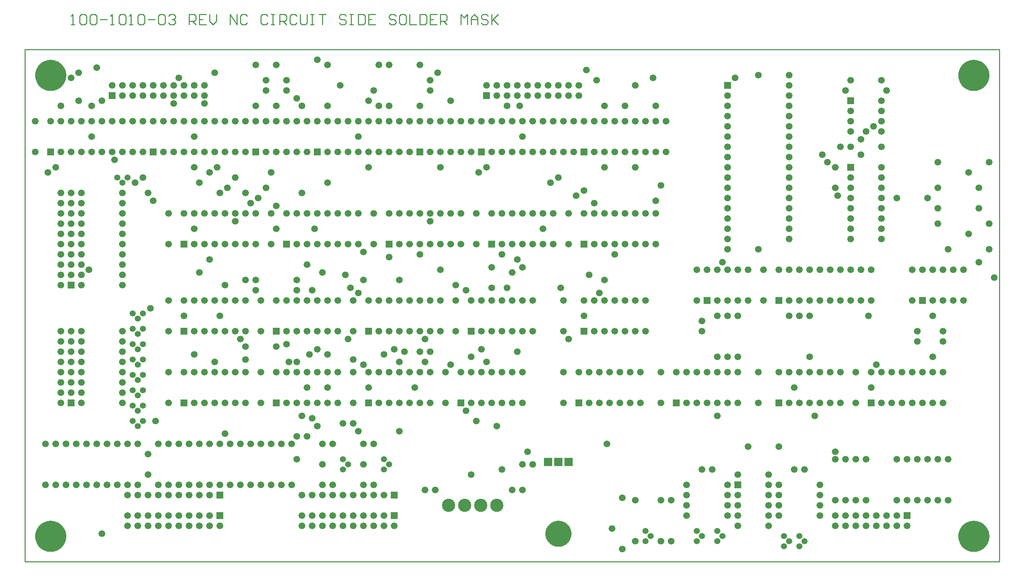
<source format=gbs>
*%FSLAX23Y23*%
*%MOIN*%
G01*
%ADD11C,0.006*%
%ADD12C,0.007*%
%ADD13C,0.008*%
%ADD14C,0.010*%
%ADD15C,0.012*%
%ADD16C,0.030*%
%ADD17C,0.032*%
%ADD18C,0.036*%
%ADD19C,0.050*%
%ADD20C,0.052*%
%ADD21C,0.055*%
%ADD22C,0.056*%
%ADD23C,0.059*%
%ADD24C,0.062*%
%ADD25C,0.066*%
%ADD26C,0.070*%
%ADD27C,0.090*%
%ADD28C,0.120*%
%ADD29C,0.125*%
%ADD30C,0.129*%
%ADD31C,0.140*%
%ADD32C,0.160*%
%ADD33C,0.250*%
%ADD34C,0.250*%
%ADD35R,0.062X0.062*%
%ADD36R,0.066X0.066*%
%ADD37R,0.075X0.075*%
%ADD38R,0.079X0.079*%
%ADD39R,0.250X0.250*%
D14*
X4889Y10652D02*
X4922D01*
X4906D01*
Y10752D01*
X4907D01*
X4906D02*
X4889Y10735D01*
X4972D02*
X4989Y10752D01*
X5022D01*
X5039Y10735D01*
Y10669D01*
X5022Y10652D01*
X4989D01*
X4972Y10669D01*
Y10735D01*
X5072D02*
X5089Y10752D01*
X5122D01*
X5139Y10735D01*
Y10669D01*
X5122Y10652D01*
X5089D01*
X5072Y10669D01*
Y10735D01*
X5172Y10702D02*
X5239D01*
X5272Y10652D02*
X5306D01*
X5289D01*
Y10752D01*
X5290D01*
X5289D02*
X5272Y10735D01*
X5356D02*
X5372Y10752D01*
X5406D01*
X5422Y10735D01*
Y10669D01*
X5406Y10652D01*
X5372D01*
X5356Y10669D01*
Y10735D01*
X5455Y10652D02*
X5489D01*
X5472D01*
Y10752D01*
X5473D01*
X5472D02*
X5455Y10735D01*
X5539D02*
X5555Y10752D01*
X5589D01*
X5605Y10735D01*
Y10669D01*
X5589Y10652D01*
X5555D01*
X5539Y10669D01*
Y10735D01*
X5639Y10702D02*
X5705D01*
X5739Y10735D02*
X5755Y10752D01*
X5789D01*
X5805Y10735D01*
Y10669D01*
X5789Y10652D01*
X5755D01*
X5739Y10669D01*
Y10735D01*
X5839D02*
X5855Y10752D01*
X5889D01*
X5905Y10735D01*
Y10719D01*
X5906D01*
X5905D02*
X5906D01*
X5905D02*
X5906D01*
X5905D02*
X5889Y10702D01*
X5872D01*
X5889D01*
X5905Y10685D01*
Y10669D01*
X5889Y10652D01*
X5855D01*
X5839Y10669D01*
X6039Y10652D02*
Y10752D01*
X6089D01*
X6105Y10735D01*
Y10702D01*
X6089Y10685D01*
X6039D01*
X6072D02*
X6105Y10652D01*
X6139Y10752D02*
X6205D01*
X6139D02*
Y10652D01*
X6205D01*
X6172Y10702D02*
X6139D01*
X6239Y10685D02*
Y10752D01*
Y10685D02*
X6272Y10652D01*
X6305Y10685D01*
Y10752D01*
X6438D02*
Y10652D01*
X6505D02*
X6438Y10752D01*
X6505D02*
Y10652D01*
X6605Y10735D02*
X6588Y10752D01*
X6555D01*
X6538Y10735D01*
Y10669D01*
X6555Y10652D01*
X6588D01*
X6605Y10669D01*
X6788Y10752D02*
X6805Y10735D01*
X6788Y10752D02*
X6755D01*
X6738Y10735D01*
Y10669D01*
X6755Y10652D01*
X6788D01*
X6805Y10669D01*
X6838Y10752D02*
X6872D01*
X6855D01*
Y10652D01*
X6838D01*
X6872D01*
X6922D02*
Y10752D01*
X6972D01*
X6988Y10735D01*
Y10702D01*
X6972Y10685D01*
X6922D01*
X6955D02*
X6988Y10652D01*
X7088Y10735D02*
X7072Y10752D01*
X7038D01*
X7022Y10735D01*
Y10669D01*
X7038Y10652D01*
X7072D01*
X7088Y10669D01*
X7122D02*
Y10752D01*
Y10669D02*
X7138Y10652D01*
X7172D01*
X7188Y10669D01*
Y10752D01*
X7222D02*
X7255D01*
X7238D01*
Y10652D01*
X7222D01*
X7255D01*
X7305Y10752D02*
X7372D01*
X7338D01*
Y10652D01*
X7555Y10752D02*
X7571Y10735D01*
X7555Y10752D02*
X7521D01*
X7505Y10735D01*
Y10719D01*
X7521Y10702D01*
X7555D01*
X7571Y10685D01*
Y10669D01*
X7555Y10652D01*
X7521D01*
X7505Y10669D01*
X7605Y10752D02*
X7638D01*
X7621D01*
Y10652D01*
X7605D01*
X7638D01*
X7688D02*
Y10752D01*
Y10652D02*
X7738D01*
X7755Y10669D01*
Y10735D01*
X7738Y10752D01*
X7688D01*
X7788D02*
X7855D01*
X7788D02*
Y10652D01*
X7855D01*
X7821Y10702D02*
X7788D01*
X8038Y10752D02*
X8055Y10735D01*
X8038Y10752D02*
X8005D01*
X7988Y10735D01*
Y10719D01*
X8005Y10702D01*
X8038D01*
X8055Y10685D01*
Y10669D01*
X8038Y10652D01*
X8005D01*
X7988Y10669D01*
X8105Y10752D02*
X8138D01*
X8105D02*
X8088Y10735D01*
Y10669D01*
X8105Y10652D01*
X8138D01*
X8155Y10669D01*
Y10735D01*
X8138Y10752D01*
X8188D02*
Y10652D01*
X8255D01*
X8288D02*
Y10752D01*
Y10652D02*
X8338D01*
X8355Y10669D01*
Y10735D01*
X8338Y10752D01*
X8288D01*
X8388D02*
X8455D01*
X8388D02*
Y10652D01*
X8455D01*
X8421Y10702D02*
X8388D01*
X8488Y10652D02*
Y10752D01*
X8538D01*
X8554Y10735D01*
Y10702D01*
X8538Y10685D01*
X8488D01*
X8521D02*
X8554Y10652D01*
X8688D02*
Y10752D01*
X8721Y10719D01*
X8754Y10752D01*
Y10652D01*
X8788D02*
Y10719D01*
X8821Y10752D01*
X8854Y10719D01*
Y10652D01*
Y10702D01*
X8788D01*
X8938Y10752D02*
X8954Y10735D01*
X8938Y10752D02*
X8904D01*
X8888Y10735D01*
Y10719D01*
X8904Y10702D01*
X8938D01*
X8954Y10685D01*
Y10669D01*
X8938Y10652D01*
X8904D01*
X8888Y10669D01*
X8988Y10652D02*
Y10752D01*
Y10685D02*
Y10652D01*
Y10685D02*
X9054Y10752D01*
X9004Y10702D01*
X9054Y10652D01*
X4439Y5407D02*
X13939D01*
Y10407D01*
X4439D01*
Y5407D01*
D19*
X13562Y10157D02*
X13563D01*
X13562D02*
X13562Y10147D01*
X13564Y10137D01*
X13566Y10127D01*
X13569Y10117D01*
X13572Y10107D01*
X13577Y10098D01*
X13582Y10089D01*
X13587Y10081D01*
X13594Y10073D01*
X13601Y10065D01*
X13609Y10059D01*
X13617Y10052D01*
X13626Y10047D01*
X13635Y10042D01*
X13644Y10038D01*
X13654Y10035D01*
X13664Y10033D01*
X13674Y10031D01*
X13684Y10030D01*
X13694D01*
X13704Y10031D01*
X13714Y10033D01*
X13724Y10035D01*
X13734Y10038D01*
X13743Y10042D01*
X13752Y10047D01*
X13761Y10052D01*
X13769Y10059D01*
X13777Y10065D01*
X13784Y10073D01*
X13791Y10081D01*
X13796Y10089D01*
X13801Y10098D01*
X13806Y10107D01*
X13809Y10117D01*
X13812Y10127D01*
X13814Y10137D01*
X13816Y10147D01*
X13816Y10157D01*
X13817D01*
X13816D02*
X13816Y10167D01*
X13814Y10177D01*
X13812Y10187D01*
X13809Y10197D01*
X13806Y10207D01*
X13801Y10216D01*
X13796Y10225D01*
X13791Y10233D01*
X13784Y10241D01*
X13777Y10249D01*
X13769Y10255D01*
X13761Y10262D01*
X13752Y10267D01*
X13743Y10272D01*
X13734Y10276D01*
X13724Y10279D01*
X13714Y10281D01*
X13704Y10283D01*
X13694Y10284D01*
X13684D01*
X13674Y10283D01*
X13664Y10281D01*
X13654Y10279D01*
X13644Y10276D01*
X13635Y10272D01*
X13626Y10267D01*
X13617Y10262D01*
X13609Y10255D01*
X13601Y10249D01*
X13594Y10241D01*
X13587Y10233D01*
X13582Y10225D01*
X13577Y10216D01*
X13572Y10207D01*
X13569Y10197D01*
X13566Y10187D01*
X13564Y10177D01*
X13562Y10167D01*
X13562Y10157D01*
X13610D02*
X13611D01*
X13610D02*
X13611Y10148D01*
X13612Y10139D01*
X13615Y10130D01*
X13618Y10122D01*
X13623Y10114D01*
X13628Y10106D01*
X13635Y10100D01*
X13642Y10094D01*
X13650Y10089D01*
X13658Y10084D01*
X13666Y10081D01*
X13675Y10079D01*
X13684Y10078D01*
X13694D01*
X13703Y10079D01*
X13712Y10081D01*
X13720Y10084D01*
X13728Y10089D01*
X13736Y10094D01*
X13743Y10100D01*
X13750Y10106D01*
X13755Y10114D01*
X13760Y10122D01*
X13763Y10130D01*
X13766Y10139D01*
X13767Y10148D01*
X13768Y10157D01*
X13769D01*
X13768D02*
X13767Y10166D01*
X13766Y10175D01*
X13763Y10184D01*
X13760Y10192D01*
X13755Y10200D01*
X13750Y10208D01*
X13743Y10214D01*
X13736Y10220D01*
X13728Y10225D01*
X13720Y10230D01*
X13712Y10233D01*
X13703Y10235D01*
X13694Y10236D01*
X13684D01*
X13675Y10235D01*
X13666Y10233D01*
X13658Y10230D01*
X13650Y10225D01*
X13642Y10220D01*
X13635Y10214D01*
X13628Y10208D01*
X13623Y10200D01*
X13618Y10192D01*
X13615Y10184D01*
X13612Y10175D01*
X13611Y10166D01*
X13610Y10157D01*
X13658D02*
X13659D01*
X13658D02*
X13659Y10151D01*
X13661Y10144D01*
X13664Y10139D01*
X13668Y10134D01*
X13674Y10130D01*
X13679Y10128D01*
X13686Y10126D01*
X13692D01*
X13699Y10128D01*
X13704Y10130D01*
X13710Y10134D01*
X13714Y10139D01*
X13717Y10144D01*
X13719Y10151D01*
X13720Y10157D01*
X13721D01*
X13720D02*
X13719Y10163D01*
X13717Y10170D01*
X13714Y10175D01*
X13710Y10180D01*
X13704Y10184D01*
X13699Y10186D01*
X13692Y10188D01*
X13686D01*
X13679Y10186D01*
X13674Y10184D01*
X13668Y10180D01*
X13664Y10175D01*
X13661Y10170D01*
X13659Y10163D01*
X13658Y10157D01*
X13689D02*
D03*
X13562Y5657D02*
X13563D01*
X13562D02*
X13562Y5647D01*
X13564Y5637D01*
X13566Y5627D01*
X13569Y5617D01*
X13572Y5607D01*
X13577Y5598D01*
X13582Y5589D01*
X13587Y5581D01*
X13594Y5573D01*
X13601Y5565D01*
X13609Y5559D01*
X13617Y5552D01*
X13626Y5547D01*
X13635Y5542D01*
X13644Y5538D01*
X13654Y5535D01*
X13664Y5533D01*
X13674Y5531D01*
X13684Y5530D01*
X13694D01*
X13704Y5531D01*
X13714Y5533D01*
X13724Y5535D01*
X13734Y5538D01*
X13743Y5542D01*
X13752Y5547D01*
X13761Y5552D01*
X13769Y5559D01*
X13777Y5565D01*
X13784Y5573D01*
X13791Y5581D01*
X13796Y5589D01*
X13801Y5598D01*
X13806Y5607D01*
X13809Y5617D01*
X13812Y5627D01*
X13814Y5637D01*
X13816Y5647D01*
X13816Y5657D01*
X13817D01*
X13816D02*
X13816Y5667D01*
X13814Y5677D01*
X13812Y5687D01*
X13809Y5697D01*
X13806Y5707D01*
X13801Y5716D01*
X13796Y5725D01*
X13791Y5733D01*
X13784Y5741D01*
X13777Y5749D01*
X13769Y5755D01*
X13761Y5762D01*
X13752Y5767D01*
X13743Y5772D01*
X13734Y5776D01*
X13724Y5779D01*
X13714Y5781D01*
X13704Y5783D01*
X13694Y5784D01*
X13684D01*
X13674Y5783D01*
X13664Y5781D01*
X13654Y5779D01*
X13644Y5776D01*
X13635Y5772D01*
X13626Y5767D01*
X13617Y5762D01*
X13609Y5755D01*
X13601Y5749D01*
X13594Y5741D01*
X13587Y5733D01*
X13582Y5725D01*
X13577Y5716D01*
X13572Y5707D01*
X13569Y5697D01*
X13566Y5687D01*
X13564Y5677D01*
X13562Y5667D01*
X13562Y5657D01*
X13610D02*
X13611D01*
X13610D02*
X13611Y5648D01*
X13612Y5639D01*
X13615Y5630D01*
X13618Y5622D01*
X13623Y5614D01*
X13628Y5606D01*
X13635Y5600D01*
X13642Y5594D01*
X13650Y5589D01*
X13658Y5584D01*
X13666Y5581D01*
X13675Y5579D01*
X13684Y5578D01*
X13694D01*
X13703Y5579D01*
X13712Y5581D01*
X13720Y5584D01*
X13728Y5589D01*
X13736Y5594D01*
X13743Y5600D01*
X13750Y5606D01*
X13755Y5614D01*
X13760Y5622D01*
X13763Y5630D01*
X13766Y5639D01*
X13767Y5648D01*
X13768Y5657D01*
X13769D01*
X13768D02*
X13767Y5666D01*
X13766Y5675D01*
X13763Y5684D01*
X13760Y5692D01*
X13755Y5700D01*
X13750Y5708D01*
X13743Y5714D01*
X13736Y5720D01*
X13728Y5725D01*
X13720Y5730D01*
X13712Y5733D01*
X13703Y5735D01*
X13694Y5736D01*
X13684D01*
X13675Y5735D01*
X13666Y5733D01*
X13658Y5730D01*
X13650Y5725D01*
X13642Y5720D01*
X13635Y5714D01*
X13628Y5708D01*
X13623Y5700D01*
X13618Y5692D01*
X13615Y5684D01*
X13612Y5675D01*
X13611Y5666D01*
X13610Y5657D01*
X13658D02*
X13659D01*
X13658D02*
X13659Y5651D01*
X13661Y5644D01*
X13664Y5639D01*
X13668Y5634D01*
X13674Y5630D01*
X13679Y5628D01*
X13686Y5626D01*
X13692D01*
X13699Y5628D01*
X13704Y5630D01*
X13710Y5634D01*
X13714Y5639D01*
X13717Y5644D01*
X13719Y5651D01*
X13720Y5657D01*
X13721D01*
X13720D02*
X13719Y5663D01*
X13717Y5670D01*
X13714Y5675D01*
X13710Y5680D01*
X13704Y5684D01*
X13699Y5686D01*
X13692Y5688D01*
X13686D01*
X13679Y5686D01*
X13674Y5684D01*
X13668Y5680D01*
X13664Y5675D01*
X13661Y5670D01*
X13659Y5663D01*
X13658Y5657D01*
X13689D02*
D03*
X4562Y10157D02*
X4563D01*
X4562D02*
X4562Y10147D01*
X4564Y10137D01*
X4566Y10127D01*
X4569Y10117D01*
X4572Y10107D01*
X4577Y10098D01*
X4582Y10089D01*
X4587Y10081D01*
X4594Y10073D01*
X4601Y10065D01*
X4609Y10059D01*
X4617Y10052D01*
X4626Y10047D01*
X4635Y10042D01*
X4644Y10038D01*
X4654Y10035D01*
X4664Y10033D01*
X4674Y10031D01*
X4684Y10030D01*
X4694D01*
X4704Y10031D01*
X4714Y10033D01*
X4724Y10035D01*
X4734Y10038D01*
X4743Y10042D01*
X4752Y10047D01*
X4761Y10052D01*
X4769Y10059D01*
X4777Y10065D01*
X4784Y10073D01*
X4791Y10081D01*
X4796Y10089D01*
X4801Y10098D01*
X4806Y10107D01*
X4809Y10117D01*
X4812Y10127D01*
X4814Y10137D01*
X4816Y10147D01*
X4816Y10157D01*
X4817D01*
X4816D02*
X4816Y10167D01*
X4814Y10177D01*
X4812Y10187D01*
X4809Y10197D01*
X4806Y10207D01*
X4801Y10216D01*
X4796Y10225D01*
X4791Y10233D01*
X4784Y10241D01*
X4777Y10249D01*
X4769Y10255D01*
X4761Y10262D01*
X4752Y10267D01*
X4743Y10272D01*
X4734Y10276D01*
X4724Y10279D01*
X4714Y10281D01*
X4704Y10283D01*
X4694Y10284D01*
X4684D01*
X4674Y10283D01*
X4664Y10281D01*
X4654Y10279D01*
X4644Y10276D01*
X4635Y10272D01*
X4626Y10267D01*
X4617Y10262D01*
X4609Y10255D01*
X4601Y10249D01*
X4594Y10241D01*
X4587Y10233D01*
X4582Y10225D01*
X4577Y10216D01*
X4572Y10207D01*
X4569Y10197D01*
X4566Y10187D01*
X4564Y10177D01*
X4562Y10167D01*
X4562Y10157D01*
X4610D02*
X4611D01*
X4610D02*
X4611Y10148D01*
X4612Y10139D01*
X4615Y10130D01*
X4618Y10122D01*
X4623Y10114D01*
X4628Y10106D01*
X4635Y10100D01*
X4642Y10094D01*
X4650Y10089D01*
X4658Y10084D01*
X4666Y10081D01*
X4675Y10079D01*
X4684Y10078D01*
X4694D01*
X4703Y10079D01*
X4712Y10081D01*
X4720Y10084D01*
X4728Y10089D01*
X4736Y10094D01*
X4743Y10100D01*
X4750Y10106D01*
X4755Y10114D01*
X4760Y10122D01*
X4763Y10130D01*
X4766Y10139D01*
X4767Y10148D01*
X4768Y10157D01*
X4769D01*
X4768D02*
X4767Y10166D01*
X4766Y10175D01*
X4763Y10184D01*
X4760Y10192D01*
X4755Y10200D01*
X4750Y10208D01*
X4743Y10214D01*
X4736Y10220D01*
X4728Y10225D01*
X4720Y10230D01*
X4712Y10233D01*
X4703Y10235D01*
X4694Y10236D01*
X4684D01*
X4675Y10235D01*
X4666Y10233D01*
X4658Y10230D01*
X4650Y10225D01*
X4642Y10220D01*
X4635Y10214D01*
X4628Y10208D01*
X4623Y10200D01*
X4618Y10192D01*
X4615Y10184D01*
X4612Y10175D01*
X4611Y10166D01*
X4610Y10157D01*
X4658D02*
X4659D01*
X4658D02*
X4659Y10151D01*
X4661Y10144D01*
X4664Y10139D01*
X4668Y10134D01*
X4674Y10130D01*
X4679Y10128D01*
X4686Y10126D01*
X4692D01*
X4699Y10128D01*
X4704Y10130D01*
X4710Y10134D01*
X4714Y10139D01*
X4717Y10144D01*
X4719Y10151D01*
X4720Y10157D01*
X4721D01*
X4720D02*
X4719Y10163D01*
X4717Y10170D01*
X4714Y10175D01*
X4710Y10180D01*
X4704Y10184D01*
X4699Y10186D01*
X4692Y10188D01*
X4686D01*
X4679Y10186D01*
X4674Y10184D01*
X4668Y10180D01*
X4664Y10175D01*
X4661Y10170D01*
X4659Y10163D01*
X4658Y10157D01*
X4689D02*
D03*
X4562Y5657D02*
X4563D01*
X4562D02*
X4562Y5647D01*
X4564Y5637D01*
X4566Y5627D01*
X4569Y5617D01*
X4572Y5607D01*
X4577Y5598D01*
X4582Y5589D01*
X4587Y5581D01*
X4594Y5573D01*
X4601Y5565D01*
X4609Y5559D01*
X4617Y5552D01*
X4626Y5547D01*
X4635Y5542D01*
X4644Y5538D01*
X4654Y5535D01*
X4664Y5533D01*
X4674Y5531D01*
X4684Y5530D01*
X4694D01*
X4704Y5531D01*
X4714Y5533D01*
X4724Y5535D01*
X4734Y5538D01*
X4743Y5542D01*
X4752Y5547D01*
X4761Y5552D01*
X4769Y5559D01*
X4777Y5565D01*
X4784Y5573D01*
X4791Y5581D01*
X4796Y5589D01*
X4801Y5598D01*
X4806Y5607D01*
X4809Y5617D01*
X4812Y5627D01*
X4814Y5637D01*
X4816Y5647D01*
X4816Y5657D01*
X4817D01*
X4816D02*
X4816Y5667D01*
X4814Y5677D01*
X4812Y5687D01*
X4809Y5697D01*
X4806Y5707D01*
X4801Y5716D01*
X4796Y5725D01*
X4791Y5733D01*
X4784Y5741D01*
X4777Y5749D01*
X4769Y5755D01*
X4761Y5762D01*
X4752Y5767D01*
X4743Y5772D01*
X4734Y5776D01*
X4724Y5779D01*
X4714Y5781D01*
X4704Y5783D01*
X4694Y5784D01*
X4684D01*
X4674Y5783D01*
X4664Y5781D01*
X4654Y5779D01*
X4644Y5776D01*
X4635Y5772D01*
X4626Y5767D01*
X4617Y5762D01*
X4609Y5755D01*
X4601Y5749D01*
X4594Y5741D01*
X4587Y5733D01*
X4582Y5725D01*
X4577Y5716D01*
X4572Y5707D01*
X4569Y5697D01*
X4566Y5687D01*
X4564Y5677D01*
X4562Y5667D01*
X4562Y5657D01*
X4610D02*
X4611D01*
X4610D02*
X4611Y5648D01*
X4612Y5639D01*
X4615Y5630D01*
X4618Y5622D01*
X4623Y5614D01*
X4628Y5606D01*
X4635Y5600D01*
X4642Y5594D01*
X4650Y5589D01*
X4658Y5584D01*
X4666Y5581D01*
X4675Y5579D01*
X4684Y5578D01*
X4694D01*
X4703Y5579D01*
X4712Y5581D01*
X4720Y5584D01*
X4728Y5589D01*
X4736Y5594D01*
X4743Y5600D01*
X4750Y5606D01*
X4755Y5614D01*
X4760Y5622D01*
X4763Y5630D01*
X4766Y5639D01*
X4767Y5648D01*
X4768Y5657D01*
X4769D01*
X4768D02*
X4767Y5666D01*
X4766Y5675D01*
X4763Y5684D01*
X4760Y5692D01*
X4755Y5700D01*
X4750Y5708D01*
X4743Y5714D01*
X4736Y5720D01*
X4728Y5725D01*
X4720Y5730D01*
X4712Y5733D01*
X4703Y5735D01*
X4694Y5736D01*
X4684D01*
X4675Y5735D01*
X4666Y5733D01*
X4658Y5730D01*
X4650Y5725D01*
X4642Y5720D01*
X4635Y5714D01*
X4628Y5708D01*
X4623Y5700D01*
X4618Y5692D01*
X4615Y5684D01*
X4612Y5675D01*
X4611Y5666D01*
X4610Y5657D01*
X4658D02*
X4659D01*
X4658D02*
X4659Y5651D01*
X4661Y5644D01*
X4664Y5639D01*
X4668Y5634D01*
X4674Y5630D01*
X4679Y5628D01*
X4686Y5626D01*
X4692D01*
X4699Y5628D01*
X4704Y5630D01*
X4710Y5634D01*
X4714Y5639D01*
X4717Y5644D01*
X4719Y5651D01*
X4720Y5657D01*
X4721D01*
X4720D02*
X4719Y5663D01*
X4717Y5670D01*
X4714Y5675D01*
X4710Y5680D01*
X4704Y5684D01*
X4699Y5686D01*
X4692Y5688D01*
X4686D01*
X4679Y5686D01*
X4674Y5684D01*
X4668Y5680D01*
X4664Y5675D01*
X4661Y5670D01*
X4659Y5663D01*
X4658Y5657D01*
X4689D02*
D03*
X9537Y5682D02*
X9538D01*
X9537D02*
X9537Y5672D01*
X9539Y5663D01*
X9541Y5653D01*
X9544Y5644D01*
X9548Y5635D01*
X9553Y5627D01*
X9559Y5619D01*
X9565Y5612D01*
X9572Y5605D01*
X9580Y5599D01*
X9588Y5594D01*
X9597Y5589D01*
X9606Y5586D01*
X9615Y5583D01*
X9624Y5581D01*
X9634Y5580D01*
X9644D01*
X9654Y5581D01*
X9663Y5583D01*
X9672Y5586D01*
X9681Y5589D01*
X9690Y5594D01*
X9698Y5599D01*
X9706Y5605D01*
X9713Y5612D01*
X9719Y5619D01*
X9725Y5627D01*
X9730Y5635D01*
X9734Y5644D01*
X9737Y5653D01*
X9739Y5663D01*
X9741Y5672D01*
X9741Y5682D01*
X9742D01*
X9741D02*
X9741Y5692D01*
X9739Y5701D01*
X9737Y5711D01*
X9734Y5720D01*
X9730Y5729D01*
X9725Y5737D01*
X9719Y5745D01*
X9713Y5752D01*
X9706Y5759D01*
X9698Y5765D01*
X9690Y5770D01*
X9681Y5775D01*
X9672Y5778D01*
X9663Y5781D01*
X9654Y5783D01*
X9644Y5784D01*
X9634D01*
X9624Y5783D01*
X9615Y5781D01*
X9606Y5778D01*
X9597Y5775D01*
X9588Y5770D01*
X9580Y5765D01*
X9572Y5759D01*
X9565Y5752D01*
X9559Y5745D01*
X9553Y5737D01*
X9548Y5729D01*
X9544Y5720D01*
X9541Y5711D01*
X9539Y5701D01*
X9537Y5692D01*
X9537Y5682D01*
X9585D02*
X9586D01*
X9585D02*
X9586Y5674D01*
X9587Y5666D01*
X9590Y5659D01*
X9594Y5652D01*
X9599Y5645D01*
X9605Y5640D01*
X9612Y5635D01*
X9619Y5632D01*
X9627Y5629D01*
X9635Y5628D01*
X9643D01*
X9651Y5629D01*
X9659Y5632D01*
X9666Y5635D01*
X9673Y5640D01*
X9679Y5645D01*
X9684Y5652D01*
X9688Y5659D01*
X9691Y5666D01*
X9692Y5674D01*
X9693Y5682D01*
X9694D01*
X9693D02*
X9692Y5690D01*
X9691Y5698D01*
X9688Y5705D01*
X9684Y5712D01*
X9679Y5719D01*
X9673Y5724D01*
X9666Y5729D01*
X9659Y5732D01*
X9651Y5735D01*
X9643Y5736D01*
X9635D01*
X9627Y5735D01*
X9619Y5732D01*
X9612Y5729D01*
X9605Y5724D01*
X9599Y5719D01*
X9594Y5712D01*
X9590Y5705D01*
X9587Y5698D01*
X9586Y5690D01*
X9585Y5682D01*
X9633D02*
X9634D01*
X9633D02*
X9633Y5680D01*
X9634Y5678D01*
X9636Y5677D01*
X9638Y5676D01*
X9640D01*
X9642Y5677D01*
X9644Y5678D01*
X9645Y5680D01*
X9645Y5682D01*
X9646D01*
X9645D02*
X9645Y5684D01*
X9644Y5686D01*
X9642Y5687D01*
X9640Y5688D01*
X9638D01*
X9636Y5687D01*
X9634Y5686D01*
X9633Y5684D01*
X9633Y5682D01*
D23*
X5489Y6932D02*
D03*
X5589D02*
D03*
X5539Y6882D02*
D03*
X5489Y7082D02*
D03*
X5589D02*
D03*
X5539Y7032D02*
D03*
X5489Y7232D02*
D03*
X5589D02*
D03*
X5539Y7182D02*
D03*
X5489Y7382D02*
D03*
X5589D02*
D03*
X5539Y7332D02*
D03*
X5489Y7532D02*
D03*
X5589D02*
D03*
X5539Y7482D02*
D03*
X5489Y6782D02*
D03*
X5589D02*
D03*
X5539Y6732D02*
D03*
X5489Y7682D02*
D03*
X5589D02*
D03*
X5539Y7632D02*
D03*
X5489Y7832D02*
D03*
X5589D02*
D03*
X5539Y7782D02*
D03*
X5339Y9157D02*
D03*
X5439D02*
D03*
X5389Y9107D02*
D03*
X7939Y6307D02*
D03*
Y6407D02*
D03*
X7989Y6357D02*
D03*
X7539Y6307D02*
D03*
Y6407D02*
D03*
X7589Y6357D02*
D03*
X10489Y5707D02*
D03*
X10539Y5657D02*
D03*
X10489Y5607D02*
D03*
X11189D02*
D03*
Y5707D02*
D03*
X11239Y5657D02*
D03*
X10989Y5607D02*
D03*
Y5707D02*
D03*
X11039Y5657D02*
D03*
X11989Y5557D02*
D03*
Y5657D02*
D03*
X12039Y5607D02*
D03*
X11839Y5557D02*
D03*
Y5657D02*
D03*
X11889Y5607D02*
D03*
D25*
X13889Y8182D02*
D03*
X13739Y8332D02*
D03*
X12739Y7332D02*
D03*
X12689Y7107D02*
D03*
X12664Y7807D02*
D03*
X12714Y9657D02*
D03*
X12639Y9607D02*
D03*
X12589Y9532D02*
D03*
Y9382D02*
D03*
X12339Y6482D02*
D03*
X12364Y8982D02*
D03*
X12389Y9457D02*
D03*
X12264Y9307D02*
D03*
X12139Y6832D02*
D03*
X12214Y9382D02*
D03*
X11939Y7107D02*
D03*
X11789Y6532D02*
D03*
X11489D02*
D03*
X11364Y10132D02*
D03*
X11189Y6832D02*
D03*
X11239Y8332D02*
D03*
X10639Y9082D02*
D03*
X10589Y8932D02*
D03*
X10564Y10132D02*
D03*
X10389Y9257D02*
D03*
Y10057D02*
D03*
X10114Y6557D02*
D03*
X10189Y8407D02*
D03*
X10039Y8032D02*
D03*
X9989Y8907D02*
D03*
X10089Y8157D02*
D03*
X9939Y8207D02*
D03*
X10089Y9857D02*
D03*
Y9257D02*
D03*
X10014Y10107D02*
D03*
X9914Y10207D02*
D03*
X9889Y7807D02*
D03*
Y9032D02*
D03*
X9814Y8982D02*
D03*
X9739Y7582D02*
D03*
X9664Y8082D02*
D03*
X9639Y9157D02*
D03*
X9564Y9107D02*
D03*
X9339Y6482D02*
D03*
X9489Y8657D02*
D03*
X9239Y7457D02*
D03*
X9139Y8082D02*
D03*
X9189Y8232D02*
D03*
X9289Y8282D02*
D03*
X9239Y8357D02*
D03*
X9139Y9857D02*
D03*
X9264D02*
D03*
X9289Y9557D02*
D03*
X8939Y7357D02*
D03*
X9089Y6307D02*
D03*
X9039Y6732D02*
D03*
X9089Y8407D02*
D03*
X8989Y8082D02*
D03*
Y8282D02*
D03*
X8939Y9257D02*
D03*
X8789Y7407D02*
D03*
Y6257D02*
D03*
X8839Y6782D02*
D03*
X8739Y6882D02*
D03*
X8889Y7482D02*
D03*
X8739Y8057D02*
D03*
X8864Y9207D02*
D03*
X8589Y7332D02*
D03*
X8639Y8107D02*
D03*
X8589Y9907D02*
D03*
X8389Y7457D02*
D03*
X8339Y7357D02*
D03*
X8489Y8257D02*
D03*
X8339Y7582D02*
D03*
X8389Y8732D02*
D03*
X8464Y10182D02*
D03*
X8489Y9257D02*
D03*
X8239Y7107D02*
D03*
X8289Y7457D02*
D03*
X8139D02*
D03*
X8289Y8407D02*
D03*
X8089Y7357D02*
D03*
X8039Y7482D02*
D03*
X8089Y6682D02*
D03*
X7989Y8382D02*
D03*
X8089Y8157D02*
D03*
X7939Y7432D02*
D03*
X7789Y7107D02*
D03*
Y9907D02*
D03*
X7839Y10007D02*
D03*
X7789Y9257D02*
D03*
X7739Y7332D02*
D03*
Y6357D02*
D03*
X7639Y6757D02*
D03*
Y7382D02*
D03*
X7689Y6682D02*
D03*
X7589Y7582D02*
D03*
X7564Y8207D02*
D03*
X7739Y8432D02*
D03*
X7689Y8032D02*
D03*
X7739Y8157D02*
D03*
X7614Y8082D02*
D03*
X7689Y9557D02*
D03*
X7389Y7107D02*
D03*
Y7432D02*
D03*
X7539Y6757D02*
D03*
X7389Y9107D02*
D03*
X7514Y10057D02*
D03*
X7189Y6632D02*
D03*
Y7107D02*
D03*
X7289Y7482D02*
D03*
Y6732D02*
D03*
X7339Y6357D02*
D03*
X7214Y7432D02*
D03*
X7239Y6807D02*
D03*
X7264Y8657D02*
D03*
X7189Y8307D02*
D03*
X7339Y8232D02*
D03*
X7239Y8057D02*
D03*
X7289Y10307D02*
D03*
X7089Y7357D02*
D03*
X7139Y6832D02*
D03*
X7089Y6407D02*
D03*
X7014Y7357D02*
D03*
X7089Y6632D02*
D03*
X7139Y9007D02*
D03*
X6989Y7532D02*
D03*
X7089Y9932D02*
D03*
X7139Y9857D02*
D03*
X6789Y9057D02*
D03*
X6889Y8657D02*
D03*
Y8882D02*
D03*
X6839Y9207D02*
D03*
X6589Y7382D02*
D03*
X6714Y8957D02*
D03*
X6589Y9007D02*
D03*
Y8157D02*
D03*
X6639Y8907D02*
D03*
X6389Y6657D02*
D03*
X6539Y7582D02*
D03*
X6389Y8107D02*
D03*
X6414Y9057D02*
D03*
X6489Y8732D02*
D03*
Y9157D02*
D03*
X6289Y7357D02*
D03*
X6339Y7807D02*
D03*
X6239Y8357D02*
D03*
X6339Y9007D02*
D03*
X6239Y9207D02*
D03*
X6189Y9882D02*
D03*
X6289Y10182D02*
D03*
X6314Y9257D02*
D03*
X6089Y7432D02*
D03*
X5989Y7807D02*
D03*
X6139Y8232D02*
D03*
X6089Y8657D02*
D03*
Y9257D02*
D03*
Y9557D02*
D03*
X6139Y9107D02*
D03*
X5889Y9882D02*
D03*
X5939Y10132D02*
D03*
X5714Y6782D02*
D03*
X5639Y9007D02*
D03*
X5664Y7882D02*
D03*
X5689Y8932D02*
D03*
X5514Y9107D02*
D03*
X5589Y9157D02*
D03*
X5314Y9332D02*
D03*
X5189Y5682D02*
D03*
X5064Y8257D02*
D03*
X5189Y9907D02*
D03*
X5089Y9557D02*
D03*
X5139Y10232D02*
D03*
X4964Y9907D02*
D03*
Y10182D02*
D03*
X4889Y10132D02*
D03*
X4739Y9257D02*
D03*
X4664Y9207D02*
D03*
X4989Y7457D02*
D03*
X5389D02*
D03*
X4989Y7257D02*
D03*
X5389D02*
D03*
X4989Y7157D02*
D03*
X5389D02*
D03*
X4989Y7057D02*
D03*
X5389D02*
D03*
X4989Y6957D02*
D03*
X5389D02*
D03*
X4939Y6157D02*
D03*
Y6557D02*
D03*
X4839Y6157D02*
D03*
Y6557D02*
D03*
X4739Y6157D02*
D03*
Y6557D02*
D03*
X4639Y6157D02*
D03*
Y6557D02*
D03*
X4989Y7357D02*
D03*
X5389D02*
D03*
X4789Y7657D02*
D03*
X4889D02*
D03*
X4789Y7557D02*
D03*
X4889D02*
D03*
X4789Y7457D02*
D03*
X4889D02*
D03*
X4789Y7357D02*
D03*
X4889D02*
D03*
X4789Y7257D02*
D03*
X4889D02*
D03*
X4789Y7157D02*
D03*
X4889D02*
D03*
X4789Y7057D02*
D03*
X4889D02*
D03*
X4789Y6957D02*
D03*
X4989Y9007D02*
D03*
X5389D02*
D03*
X4989Y7657D02*
D03*
X5389D02*
D03*
X4989Y7557D02*
D03*
X5389D02*
D03*
X4989Y8907D02*
D03*
X5389D02*
D03*
X4789Y9007D02*
D03*
X4889D02*
D03*
X4789Y8907D02*
D03*
X4889D02*
D03*
X4789Y8807D02*
D03*
X4889D02*
D03*
X4789Y8707D02*
D03*
X4889D02*
D03*
X4789Y8607D02*
D03*
X4889D02*
D03*
X4789Y8507D02*
D03*
X4889D02*
D03*
X4789Y8407D02*
D03*
X4889D02*
D03*
X4789Y8307D02*
D03*
X4889D02*
D03*
X4789Y8207D02*
D03*
X4889D02*
D03*
X4789Y8107D02*
D03*
X4539Y9407D02*
D03*
Y9707D02*
D03*
X4789Y9407D02*
D03*
X4889D02*
D03*
X4989D02*
D03*
X5089D02*
D03*
X5189D02*
D03*
X5289D02*
D03*
X5389D02*
D03*
Y9707D02*
D03*
X5289D02*
D03*
X5189D02*
D03*
X5089D02*
D03*
X4989D02*
D03*
X4889D02*
D03*
X4789D02*
D03*
X4689D02*
D03*
X5439Y5757D02*
D03*
Y5857D02*
D03*
X5539Y5757D02*
D03*
Y5857D02*
D03*
X5639Y5757D02*
D03*
Y5857D02*
D03*
X5739Y5757D02*
D03*
Y5857D02*
D03*
X5839Y5757D02*
D03*
Y5857D02*
D03*
X5939Y5757D02*
D03*
Y5857D02*
D03*
X6039Y5757D02*
D03*
Y5857D02*
D03*
X6139Y5757D02*
D03*
Y5857D02*
D03*
X6239Y5757D02*
D03*
Y5857D02*
D03*
X6339Y5757D02*
D03*
X5639Y6257D02*
D03*
Y6457D02*
D03*
X6089Y6957D02*
D03*
X6189D02*
D03*
X6289D02*
D03*
X6389D02*
D03*
X6489D02*
D03*
X6589D02*
D03*
Y7257D02*
D03*
X6489D02*
D03*
X6389D02*
D03*
X6289D02*
D03*
X6189D02*
D03*
X6089D02*
D03*
X5989D02*
D03*
X6239Y6057D02*
D03*
X6139D02*
D03*
X6039D02*
D03*
X5939D02*
D03*
X5839D02*
D03*
X5739D02*
D03*
X5639D02*
D03*
X5539D02*
D03*
X5439D02*
D03*
X6339Y6157D02*
D03*
Y6557D02*
D03*
X6439Y6157D02*
D03*
Y6557D02*
D03*
X6539Y6157D02*
D03*
Y6557D02*
D03*
X5339Y6157D02*
D03*
Y6557D02*
D03*
X5239Y6157D02*
D03*
Y6557D02*
D03*
X5139Y6157D02*
D03*
Y6557D02*
D03*
X5039Y6157D02*
D03*
Y6557D02*
D03*
X5539Y6157D02*
D03*
Y6557D02*
D03*
X5439Y6157D02*
D03*
Y6557D02*
D03*
X5739D02*
D03*
Y6157D02*
D03*
X6239D02*
D03*
Y6557D02*
D03*
X6139Y6157D02*
D03*
Y6557D02*
D03*
X6039Y6157D02*
D03*
Y6557D02*
D03*
X5939Y6157D02*
D03*
Y6557D02*
D03*
X5839Y6157D02*
D03*
Y6557D02*
D03*
Y7257D02*
D03*
Y6957D02*
D03*
X6089Y8507D02*
D03*
X6189D02*
D03*
X6289D02*
D03*
X6389D02*
D03*
X6489D02*
D03*
X6589D02*
D03*
X6689D02*
D03*
Y8807D02*
D03*
X6589D02*
D03*
X6489D02*
D03*
X6389D02*
D03*
X6289D02*
D03*
X6189D02*
D03*
X6089D02*
D03*
X5989D02*
D03*
X5839Y7957D02*
D03*
Y7657D02*
D03*
Y8807D02*
D03*
Y8507D02*
D03*
X6089Y7657D02*
D03*
X6189D02*
D03*
X6289D02*
D03*
X6389D02*
D03*
X6489D02*
D03*
X6589D02*
D03*
Y7957D02*
D03*
X6489D02*
D03*
X6389D02*
D03*
X6289D02*
D03*
X6189D02*
D03*
X6089D02*
D03*
X5989D02*
D03*
X5389Y8807D02*
D03*
X4989D02*
D03*
X5389Y8707D02*
D03*
X4989D02*
D03*
X5389Y8607D02*
D03*
X4989D02*
D03*
X5389Y8507D02*
D03*
X4989D02*
D03*
X5389Y8407D02*
D03*
X4989D02*
D03*
X5389Y8307D02*
D03*
X4989D02*
D03*
X5389Y8207D02*
D03*
X4989D02*
D03*
X5389Y8107D02*
D03*
X4989D02*
D03*
X5089Y9857D02*
D03*
X4789D02*
D03*
X6189Y10057D02*
D03*
Y9957D02*
D03*
X6089Y10057D02*
D03*
Y9957D02*
D03*
X5989Y10057D02*
D03*
Y9957D02*
D03*
X5889Y10057D02*
D03*
Y9957D02*
D03*
X5789Y10057D02*
D03*
Y9957D02*
D03*
X5689Y10057D02*
D03*
Y9957D02*
D03*
X5589Y10057D02*
D03*
Y9957D02*
D03*
X5489Y10057D02*
D03*
Y9957D02*
D03*
X5389Y10057D02*
D03*
Y9957D02*
D03*
X5289Y10057D02*
D03*
X5589Y9707D02*
D03*
Y9407D02*
D03*
X6489D02*
D03*
Y9707D02*
D03*
X5489Y9407D02*
D03*
Y9707D02*
D03*
X5789Y9407D02*
D03*
X5889D02*
D03*
X5989D02*
D03*
X6089D02*
D03*
X6189D02*
D03*
X6289D02*
D03*
X6389D02*
D03*
Y9707D02*
D03*
X6289D02*
D03*
X6189D02*
D03*
X6089D02*
D03*
X5989D02*
D03*
X5889D02*
D03*
X5789D02*
D03*
X5689D02*
D03*
X7139Y5757D02*
D03*
Y5857D02*
D03*
X7239Y5757D02*
D03*
Y5857D02*
D03*
X7339Y5757D02*
D03*
Y5857D02*
D03*
X7439Y5757D02*
D03*
Y5857D02*
D03*
X7539Y5757D02*
D03*
Y5857D02*
D03*
X7639Y5757D02*
D03*
Y5857D02*
D03*
X7739Y5757D02*
D03*
Y5857D02*
D03*
X7839Y5757D02*
D03*
Y5857D02*
D03*
X7939Y5757D02*
D03*
Y5857D02*
D03*
X8039Y5757D02*
D03*
X6739Y7257D02*
D03*
Y6957D02*
D03*
X7639Y7257D02*
D03*
Y6957D02*
D03*
X7739Y6557D02*
D03*
Y6157D02*
D03*
X7839Y6557D02*
D03*
Y6157D02*
D03*
X7439Y6557D02*
D03*
Y6157D02*
D03*
X7339Y6557D02*
D03*
Y6157D02*
D03*
X7889Y6957D02*
D03*
X7989D02*
D03*
X8089D02*
D03*
X8189D02*
D03*
X8289D02*
D03*
X8389D02*
D03*
Y7257D02*
D03*
X8289D02*
D03*
X8189D02*
D03*
X8089D02*
D03*
X7989D02*
D03*
X7889D02*
D03*
X7789D02*
D03*
X6989Y6957D02*
D03*
X7089D02*
D03*
X7189D02*
D03*
X7289D02*
D03*
X7389D02*
D03*
X7489D02*
D03*
Y7257D02*
D03*
X7389D02*
D03*
X7289D02*
D03*
X7189D02*
D03*
X7089D02*
D03*
X6989D02*
D03*
X6889D02*
D03*
X7939Y6057D02*
D03*
X7839D02*
D03*
X7739D02*
D03*
X7639D02*
D03*
X7539D02*
D03*
X7439D02*
D03*
X7339D02*
D03*
X7239D02*
D03*
X7139D02*
D03*
X6639Y6157D02*
D03*
Y6557D02*
D03*
X6739Y6157D02*
D03*
Y6557D02*
D03*
X6839Y6157D02*
D03*
Y6557D02*
D03*
X6939Y6157D02*
D03*
Y6557D02*
D03*
X7039Y6157D02*
D03*
Y6557D02*
D03*
X6589Y7507D02*
D03*
X6889D02*
D03*
X7889Y7657D02*
D03*
X7989D02*
D03*
X8089D02*
D03*
X8189D02*
D03*
X8289D02*
D03*
X8389D02*
D03*
X8489D02*
D03*
Y7957D02*
D03*
X8389D02*
D03*
X8289D02*
D03*
X8189D02*
D03*
X8089D02*
D03*
X7989D02*
D03*
X7889D02*
D03*
X7789D02*
D03*
X6739D02*
D03*
Y7657D02*
D03*
X7639Y7957D02*
D03*
Y7657D02*
D03*
X6839Y8807D02*
D03*
Y8507D02*
D03*
X7839Y8807D02*
D03*
Y8507D02*
D03*
X8089D02*
D03*
X8189D02*
D03*
X8289D02*
D03*
X8389D02*
D03*
X8489D02*
D03*
X8589D02*
D03*
X8689D02*
D03*
Y8807D02*
D03*
X8589D02*
D03*
X8489D02*
D03*
X8389D02*
D03*
X8289D02*
D03*
X8189D02*
D03*
X8089D02*
D03*
X7989D02*
D03*
X7089Y8507D02*
D03*
X7189D02*
D03*
X7289D02*
D03*
X7389D02*
D03*
X7489D02*
D03*
X7589D02*
D03*
X7689D02*
D03*
Y8807D02*
D03*
X7589D02*
D03*
X7489D02*
D03*
X7389D02*
D03*
X7289D02*
D03*
X7189D02*
D03*
X7089D02*
D03*
X6989D02*
D03*
Y7657D02*
D03*
X7089D02*
D03*
X7189D02*
D03*
X7289D02*
D03*
X7389D02*
D03*
X7489D02*
D03*
Y7957D02*
D03*
X7389D02*
D03*
X7289D02*
D03*
X7189D02*
D03*
X7089D02*
D03*
X6989D02*
D03*
X6889D02*
D03*
X7089Y8157D02*
D03*
X6689D02*
D03*
Y8057D02*
D03*
X7089D02*
D03*
X7389Y10257D02*
D03*
Y9857D02*
D03*
X7889D02*
D03*
Y10257D02*
D03*
X7989D02*
D03*
Y9857D02*
D03*
X8089Y9407D02*
D03*
Y9707D02*
D03*
X7389Y9407D02*
D03*
X7489D02*
D03*
X7589D02*
D03*
X7689D02*
D03*
X7789D02*
D03*
X7889D02*
D03*
X7989D02*
D03*
Y9707D02*
D03*
X7889D02*
D03*
X7789D02*
D03*
X7689D02*
D03*
X7589D02*
D03*
X7489D02*
D03*
X7389D02*
D03*
X7289D02*
D03*
X6789Y9407D02*
D03*
X6889D02*
D03*
X6989D02*
D03*
Y9707D02*
D03*
X6889D02*
D03*
X6789D02*
D03*
X6689D02*
D03*
X6589D02*
D03*
Y9407D02*
D03*
X7189Y9707D02*
D03*
Y9407D02*
D03*
X7089D02*
D03*
Y9707D02*
D03*
X6889Y9857D02*
D03*
Y10257D02*
D03*
X6689Y9857D02*
D03*
Y10257D02*
D03*
X6789Y10007D02*
D03*
Y10107D02*
D03*
X6989Y10007D02*
D03*
Y10107D02*
D03*
X8539Y7257D02*
D03*
Y6957D02*
D03*
X9289Y6357D02*
D03*
X9389D02*
D03*
X9289Y6107D02*
D03*
X9189D02*
D03*
X8339D02*
D03*
X8439D02*
D03*
X8789Y6957D02*
D03*
X8889D02*
D03*
X8989D02*
D03*
X9089D02*
D03*
X9189D02*
D03*
X9289D02*
D03*
Y7257D02*
D03*
X9189D02*
D03*
X9089D02*
D03*
X8989D02*
D03*
X8889D02*
D03*
X8789D02*
D03*
X8689D02*
D03*
X8639Y7957D02*
D03*
Y7657D02*
D03*
X8839Y8807D02*
D03*
Y8507D02*
D03*
X9089D02*
D03*
X9189D02*
D03*
X9289D02*
D03*
X9389D02*
D03*
X9489D02*
D03*
X9589D02*
D03*
Y8807D02*
D03*
X9489D02*
D03*
X9389D02*
D03*
X9289D02*
D03*
X9189D02*
D03*
X9089D02*
D03*
X8989D02*
D03*
X8889Y7657D02*
D03*
X8989D02*
D03*
X9089D02*
D03*
X9189D02*
D03*
X9289D02*
D03*
X9389D02*
D03*
Y7957D02*
D03*
X9289D02*
D03*
X9189D02*
D03*
X9089D02*
D03*
X8989D02*
D03*
X8889D02*
D03*
X8789D02*
D03*
X9839Y10057D02*
D03*
Y9957D02*
D03*
X9739Y10057D02*
D03*
Y9957D02*
D03*
X9639Y10057D02*
D03*
Y9957D02*
D03*
X9539Y10057D02*
D03*
Y9957D02*
D03*
X9439Y10057D02*
D03*
Y9957D02*
D03*
X9339Y10057D02*
D03*
Y9957D02*
D03*
X9239Y10057D02*
D03*
Y9957D02*
D03*
X9139Y10057D02*
D03*
Y9957D02*
D03*
X9039Y10057D02*
D03*
Y9957D02*
D03*
X8939Y10057D02*
D03*
X8989Y9407D02*
D03*
X9089D02*
D03*
X9189D02*
D03*
X9289D02*
D03*
X9389D02*
D03*
X9489D02*
D03*
X9589D02*
D03*
Y9707D02*
D03*
X9489D02*
D03*
X9389D02*
D03*
X9289D02*
D03*
X9189D02*
D03*
X9089D02*
D03*
X8989D02*
D03*
X8889D02*
D03*
X8789D02*
D03*
Y9407D02*
D03*
X8389D02*
D03*
X8489D02*
D03*
X8589D02*
D03*
Y9707D02*
D03*
X8489D02*
D03*
X8389D02*
D03*
X8289D02*
D03*
X8189D02*
D03*
Y9407D02*
D03*
X8289Y9857D02*
D03*
Y10257D02*
D03*
X8389Y10007D02*
D03*
Y10107D02*
D03*
X8689Y9407D02*
D03*
Y9707D02*
D03*
X10389Y6007D02*
D03*
Y5607D02*
D03*
X10639Y6007D02*
D03*
Y5607D02*
D03*
X10739D02*
D03*
Y6007D02*
D03*
X10889Y5857D02*
D03*
X11289D02*
D03*
X10264Y5532D02*
D03*
Y6032D02*
D03*
X10164Y5732D02*
D03*
X9689Y7257D02*
D03*
Y6957D02*
D03*
X10639Y7257D02*
D03*
Y6957D02*
D03*
X9939D02*
D03*
X10039D02*
D03*
X10139D02*
D03*
X10239D02*
D03*
X10339D02*
D03*
X10439D02*
D03*
Y7257D02*
D03*
X10339D02*
D03*
X10239D02*
D03*
X10139D02*
D03*
X10039D02*
D03*
X9939D02*
D03*
X9839D02*
D03*
X10889Y6957D02*
D03*
X10989D02*
D03*
X11089D02*
D03*
X11189D02*
D03*
X11289D02*
D03*
X11389D02*
D03*
Y7257D02*
D03*
X11289D02*
D03*
X11189D02*
D03*
X11089D02*
D03*
X10989D02*
D03*
X10889D02*
D03*
X10789D02*
D03*
X10889Y6057D02*
D03*
X11289D02*
D03*
X11039Y6307D02*
D03*
X11139D02*
D03*
X10989Y8257D02*
D03*
Y7957D02*
D03*
X9689D02*
D03*
Y7657D02*
D03*
X9739Y8807D02*
D03*
Y8507D02*
D03*
X11039Y7657D02*
D03*
Y7757D02*
D03*
X11189Y7807D02*
D03*
Y7407D02*
D03*
Y7957D02*
D03*
X11289D02*
D03*
X11389D02*
D03*
Y8257D02*
D03*
X11289D02*
D03*
X11189D02*
D03*
X11089D02*
D03*
X9989Y7657D02*
D03*
X10089D02*
D03*
X10189D02*
D03*
X10289D02*
D03*
X10389D02*
D03*
X10489D02*
D03*
Y7957D02*
D03*
X10389D02*
D03*
X10289D02*
D03*
X10189D02*
D03*
X10089D02*
D03*
X9989D02*
D03*
X9889D02*
D03*
X9989Y8507D02*
D03*
X10089D02*
D03*
X10189D02*
D03*
X10289D02*
D03*
X10389D02*
D03*
X10489D02*
D03*
X10589D02*
D03*
Y8807D02*
D03*
X10489D02*
D03*
X10389D02*
D03*
X10289D02*
D03*
X10189D02*
D03*
X10089D02*
D03*
X9989D02*
D03*
X9889D02*
D03*
X10289Y9857D02*
D03*
X10589D02*
D03*
X9789Y9707D02*
D03*
Y9407D02*
D03*
X9689D02*
D03*
Y9707D02*
D03*
X9989Y9407D02*
D03*
X10089D02*
D03*
X10189D02*
D03*
X10289D02*
D03*
X10389D02*
D03*
X10489D02*
D03*
X10589D02*
D03*
Y9707D02*
D03*
X10489D02*
D03*
X10389D02*
D03*
X10289D02*
D03*
X10189D02*
D03*
X10089D02*
D03*
X9989D02*
D03*
X9889D02*
D03*
X10689Y9407D02*
D03*
Y9707D02*
D03*
X11289Y5957D02*
D03*
X10889D02*
D03*
X11789Y5857D02*
D03*
X12189D02*
D03*
X11789Y5957D02*
D03*
X12189D02*
D03*
X11689Y5757D02*
D03*
X11389D02*
D03*
X12789Y6957D02*
D03*
X12889D02*
D03*
X12989D02*
D03*
X13089D02*
D03*
X13189D02*
D03*
X13289D02*
D03*
X13389D02*
D03*
Y7257D02*
D03*
X13289D02*
D03*
X13189D02*
D03*
X13089D02*
D03*
X12989D02*
D03*
X12889D02*
D03*
X12789D02*
D03*
X12689D02*
D03*
X11689Y6257D02*
D03*
X11389D02*
D03*
X11589Y7257D02*
D03*
Y6957D02*
D03*
X12539Y7257D02*
D03*
Y6957D02*
D03*
X11939Y6307D02*
D03*
X12039D02*
D03*
X11889Y6957D02*
D03*
X11989D02*
D03*
X12089D02*
D03*
X12189D02*
D03*
X12289D02*
D03*
X12389D02*
D03*
Y7257D02*
D03*
X12289D02*
D03*
X12189D02*
D03*
X12089D02*
D03*
X11989D02*
D03*
X11889D02*
D03*
X11789D02*
D03*
X12539Y6007D02*
D03*
Y6407D02*
D03*
X12339Y6007D02*
D03*
Y6407D02*
D03*
X12439Y6007D02*
D03*
Y6407D02*
D03*
X12639Y6007D02*
D03*
Y6407D02*
D03*
X11389Y6057D02*
D03*
Y5957D02*
D03*
Y5857D02*
D03*
X11689D02*
D03*
Y5957D02*
D03*
Y6057D02*
D03*
Y6157D02*
D03*
X11289D02*
D03*
X10889D02*
D03*
X11789Y6057D02*
D03*
X12189D02*
D03*
X11789Y6157D02*
D03*
X12189D02*
D03*
X11589Y8457D02*
D03*
X11289D02*
D03*
X11489Y7957D02*
D03*
Y8257D02*
D03*
X12089Y7807D02*
D03*
Y7407D02*
D03*
X11889Y7807D02*
D03*
X11989D02*
D03*
X11639Y7957D02*
D03*
Y8257D02*
D03*
X11389Y7807D02*
D03*
Y7407D02*
D03*
X11289Y7807D02*
D03*
Y7407D02*
D03*
X11889Y7957D02*
D03*
X11989D02*
D03*
X12089D02*
D03*
X12189D02*
D03*
X12289D02*
D03*
X12389D02*
D03*
X12489D02*
D03*
X12589D02*
D03*
X12689D02*
D03*
Y8257D02*
D03*
X12589D02*
D03*
X12489D02*
D03*
X12389D02*
D03*
X12289D02*
D03*
X12189D02*
D03*
X12089D02*
D03*
X11989D02*
D03*
X11889D02*
D03*
X11789D02*
D03*
X11289Y9957D02*
D03*
Y9857D02*
D03*
Y9757D02*
D03*
Y9657D02*
D03*
Y9557D02*
D03*
Y9457D02*
D03*
Y9357D02*
D03*
Y9257D02*
D03*
Y9157D02*
D03*
Y9057D02*
D03*
Y8957D02*
D03*
Y8857D02*
D03*
Y8757D02*
D03*
Y8657D02*
D03*
Y8557D02*
D03*
X11889D02*
D03*
Y8657D02*
D03*
Y8757D02*
D03*
Y8857D02*
D03*
Y8957D02*
D03*
Y9057D02*
D03*
Y9157D02*
D03*
Y9257D02*
D03*
Y9357D02*
D03*
Y9457D02*
D03*
Y9557D02*
D03*
Y9657D02*
D03*
Y9757D02*
D03*
Y9857D02*
D03*
Y9957D02*
D03*
Y10057D02*
D03*
Y10157D02*
D03*
X11589D02*
D03*
X12339Y9257D02*
D03*
Y9057D02*
D03*
X12489Y9457D02*
D03*
X12789D02*
D03*
Y10107D02*
D03*
X12489D02*
D03*
X12439Y10007D02*
D03*
X12839D02*
D03*
X12489Y9807D02*
D03*
Y9707D02*
D03*
Y9607D02*
D03*
X12789D02*
D03*
Y9707D02*
D03*
Y9807D02*
D03*
Y9907D02*
D03*
X12489Y9157D02*
D03*
Y9057D02*
D03*
Y8957D02*
D03*
Y8857D02*
D03*
Y8757D02*
D03*
Y8657D02*
D03*
Y8557D02*
D03*
X12789D02*
D03*
Y8657D02*
D03*
Y8757D02*
D03*
Y8857D02*
D03*
Y8957D02*
D03*
Y9057D02*
D03*
Y9157D02*
D03*
Y9257D02*
D03*
X12339Y5757D02*
D03*
Y5857D02*
D03*
X12439Y5757D02*
D03*
Y5857D02*
D03*
X12539Y5757D02*
D03*
Y5857D02*
D03*
X12639Y5757D02*
D03*
Y5857D02*
D03*
X12739Y5757D02*
D03*
Y5857D02*
D03*
X12839Y5757D02*
D03*
Y5857D02*
D03*
X12939Y5757D02*
D03*
Y5857D02*
D03*
X13039Y5757D02*
D03*
X13439Y6007D02*
D03*
Y6407D02*
D03*
X13339Y6007D02*
D03*
Y6407D02*
D03*
X13239Y6007D02*
D03*
Y6407D02*
D03*
X13139Y6007D02*
D03*
Y6407D02*
D03*
X12939Y6007D02*
D03*
Y6407D02*
D03*
X13039Y6007D02*
D03*
Y6407D02*
D03*
X13089Y8257D02*
D03*
Y7957D02*
D03*
X13589Y8257D02*
D03*
Y7957D02*
D03*
X13239Y8957D02*
D03*
X12939D02*
D03*
X13139Y7557D02*
D03*
Y7657D02*
D03*
X13389Y7557D02*
D03*
Y7657D02*
D03*
X13289Y7807D02*
D03*
Y7407D02*
D03*
X13339Y9057D02*
D03*
X13739D02*
D03*
X13839Y8457D02*
D03*
X13439D02*
D03*
X13739Y8857D02*
D03*
X13339D02*
D03*
X13289Y7957D02*
D03*
X13389D02*
D03*
X13489D02*
D03*
Y8257D02*
D03*
X13389D02*
D03*
X13289D02*
D03*
X13189D02*
D03*
X13839Y8707D02*
D03*
X13339D02*
D03*
X13639Y8607D02*
D03*
X13839Y9307D02*
D03*
X13339D02*
D03*
X13639Y9207D02*
D03*
D30*
X8883Y5957D02*
D03*
X8727D02*
D03*
X8571D02*
D03*
X9039D02*
D03*
D36*
X4889Y6957D02*
D03*
Y8107D02*
D03*
X4689Y9407D02*
D03*
X6339Y5857D02*
D03*
X5989Y6957D02*
D03*
X6339Y6057D02*
D03*
X5989Y8507D02*
D03*
Y7657D02*
D03*
X5289Y9957D02*
D03*
X5689Y9407D02*
D03*
X8039Y5857D02*
D03*
X7789Y6957D02*
D03*
X6889D02*
D03*
X8039Y6057D02*
D03*
X7789Y7657D02*
D03*
X7989Y8507D02*
D03*
X6989D02*
D03*
X6889Y7657D02*
D03*
X7289Y9407D02*
D03*
X6689D02*
D03*
X8689Y6957D02*
D03*
X8989Y8507D02*
D03*
X8789Y7657D02*
D03*
X8939Y9957D02*
D03*
X8889Y9407D02*
D03*
X8289D02*
D03*
X9839Y6957D02*
D03*
X10789D02*
D03*
X11089Y7957D02*
D03*
X9889Y7657D02*
D03*
Y8507D02*
D03*
Y9407D02*
D03*
X12689Y6957D02*
D03*
X11789D02*
D03*
X11389Y6157D02*
D03*
X11789Y7957D02*
D03*
X11289Y10057D02*
D03*
X12489Y9907D02*
D03*
Y9257D02*
D03*
X13039Y5857D02*
D03*
X13189Y7957D02*
D03*
D38*
X9739Y6382D02*
D03*
X9639D02*
D03*
X9539D02*
D03*
M02*

</source>
